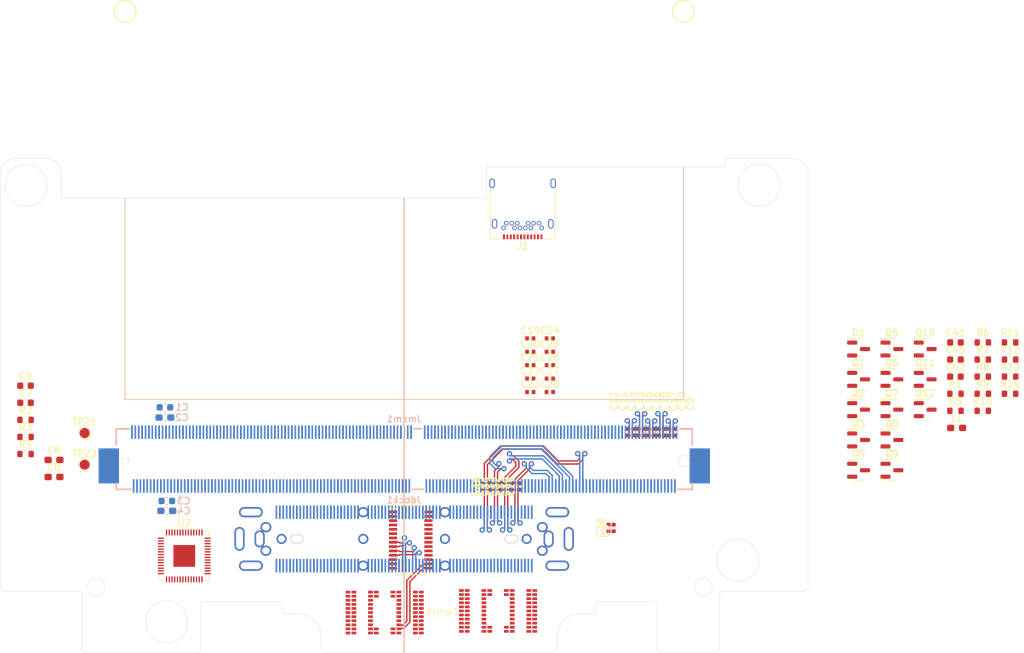
<source format=kicad_pcb>
(kicad_pcb (version 20221018) (generator pcbnew)
  (layers (0 "F.Cu" signal) (31 "B.Cu" signal) (34 "B.Paste" user) (35 "F.Paste" user) (36 "B.SilkS" user "B.Silkscreen") (37 "F.SilkS" user "F.Silkscreen") (38 "B.Mask" user) (39 "F.Mask" user) (44 "Edge.Cuts" user))
  (net 0 "")
  (net 1 "GND")
  (net 2 "WAKE#")
  (net 3 "PWR_GOOD")
  (net 4 "PWR_EN")
  (net 5 "PWR_LEVEL")
  (net 6 "PEX_STD_SW#")
  (net 7 "TH_OVERT#")
  (net 8 "VGA_DISABLE#")
  (net 9 "TH_ALERT#")
  (net 10 "FAN_PWM")
  (net 11 "SMB_DAT")
  (net 12 "SMB_CLK")
  (net 13 "/TX7+")
  (net 14 "/RX7+")
  (net 15 "/TX7-")
  (net 16 "/RX7-")
  (net 17 "/TX6+")
  (net 18 "/RX6+")
  (net 19 "/TX6-")
  (net 20 "/RX6-")
  (net 21 "/TX5+")
  (net 22 "/RX5+")
  (net 23 "/TX5-")
  (net 24 "/RX5-")
  (net 25 "/TX4+")
  (net 26 "/RX4+")
  (net 27 "/TX4-")
  (net 28 "/RX4-")
  (net 29 "/TX3+")
  (net 30 "/RX3+")
  (net 31 "/TX3-")
  (net 32 "/RX3-")
  (net 33 "/RX2+")
  (net 34 "/TX2+")
  (net 35 "/RX2-")
  (net 36 "/TX2-")
  (net 37 "/RX1+")
  (net 38 "/TX1+")
  (net 39 "/RX1-")
  (net 40 "/TX1-")
  (net 41 "/RX0+")
  (net 42 "/TX0+")
  (net 43 "/RX0-")
  (net 44 "/TX0-")
  (net 45 "REFCLK-")
  (net 46 "PEX_CLK_REQ#")
  (net 47 "REFCLK+")
  (net 48 "PERST#")
  (net 49 "VGA_SDA")
  (net 50 "VGA_SCL")
  (net 51 "VGA_VSYNC")
  (net 52 "VGA_HSYNC")
  (net 53 "VGA_RED")
  (net 54 "VGA_GREEN")
  (net 55 "VGA_BLUE")
  (net 56 "DP_C_L0-")
  (net 57 "DP_C_L0+")
  (net 58 "DP_C_L1-")
  (net 59 "DP_D_L0-")
  (net 60 "DP_C_L1+")
  (net 61 "DP_D_L0+")
  (net 62 "DP_C_L2-")
  (net 63 "DP_D_L1-")
  (net 64 "DP_C_L2+")
  (net 65 "DP_D_L1+")
  (net 66 "DP_C_L3-")
  (net 67 "DP_D_L2-")
  (net 68 "DP_C_L3+")
  (net 69 "DP_D_L2+")
  (net 70 "DP_C_AUX-")
  (net 71 "DP_D_L3-")
  (net 72 "DP_C_AUX+")
  (net 73 "DP_D_L3+")
  (net 74 "DP_D_AUX-")
  (net 75 "DP_D_AUX+")
  (net 76 "DP_C_HPD")
  (net 77 "DP_D_HPD")
  (net 78 "DP_B_L0-")
  (net 79 "DP_B_L0+")
  (net 80 "DP_B_L1-")
  (net 81 "DP_A_L0-")
  (net 82 "DP_B_L1+")
  (net 83 "DP_A_L0+")
  (net 84 "DP_B_L2-")
  (net 85 "DP_A_L1-")
  (net 86 "DP_B_L2+")
  (net 87 "DP_A_L1+")
  (net 88 "DP_B_L3-")
  (net 89 "DP_A_L2-")
  (net 90 "DP_B_L3+")
  (net 91 "DP_A_L2+")
  (net 92 "DP_B_AUX-")
  (net 93 "DP_A_L3-")
  (net 94 "DP_B_AUX+")
  (net 95 "DP_A_L3+")
  (net 96 "DP_B_HPD")
  (net 97 "DP_A_HPD")
  (net 98 "DP_A_AUX-")
  (net 99 "DP_A_AUX+")
  (net 100 "PNL_PWR_EN")
  (net 101 "PNL_BL_EN")
  (net 102 "PNL_BL_PWM")
  (net 103 "Net-(Jfrmw1-DP_A_AUX)")
  (net 104 "Net-(Jfrmw1-DP_A_AUX#)")
  (net 105 "Net-(Jfrmw1-DP_A_L0)")
  (net 106 "Net-(Jfrmw1-DP_A_L0#)")
  (net 107 "Net-(Jfrmw1-DP_A_L1)")
  (net 108 "Net-(Jfrmw1-DL_A_L1#)")
  (net 109 "Net-(Jfrmw1-DP_A_L2)")
  (net 110 "Net-(Jfrmw1-DP_A_L2#)")
  (net 111 "Net-(Jfrmw1-DP_A_L3)")
  (net 112 "Net-(Jfrmw1-DP_A_L3#)")
  (net 113 "MXM_PWR")
  (net 114 "DP_B_C_AUX+")
  (net 115 "DP_B_C_AUX-")
  (net 116 "DP_D_C_AUX+")
  (net 130 "DP_D_C_AUX-")
  (net 131 "MODE_SWITCH_DP_D")
  (net 135 "Net-(C49-Pad2)")
  (net 136 "MODE_SWITCH_DP_B")
  (net 141 "Net-(Jmxm1-PRSNT_R#)")
  (net 143 "Net-(Jmxm1-GND-Pad12)")
  (net 226 "Net-(Jmxm1-3V3-Pad240)")
  (net 228 "Net-(Jmxm1-3V3-Pad242)")
  (net 233 "Net-(Jmxm1-PRSNT_L#)")
  (net 234 "VSYS_GPU")
  (net 235 "Net-(D1-A)")
  (net 236 "3V3_DP_A")
  (net 237 "CA_DET_DP_D")
  (net 238 "CA_DET_DP_B")
  (net 241 "VADP_GPU")
  (net 242 "3V3_ALW")
  (net 260 "Net-(U2-IOVDD-Pad1)")
  (net 280 "Net-(U2-DVDD-Pad23)")
  (net 310 "Net-(J1-VBUS-PadA4)")
  (net 321 "frmw_USB_D+")
  (net 322 "frmw_USB_D-")
  (net 323 "Net-(Jdock1-DP_1_L0)")
  (net 324 "Net-(Jdock1-DP_1_L0#)")
  (net 325 "Net-(Jdock1-DP_1_L1)")
  (net 326 "Net-(Jdock1-DP_1_L1#)")
  (net 327 "Net-(Jdock1-DP_1_L2)")
  (net 328 "Net-(Jdock1-DP_1_L2#)")
  (net 329 "Net-(Jdock1-DP_1_L3)")
  (net 330 "Net-(Jdock1-DP_1_L3#)")
  (net 335 "5V_ALW")
  (net 336 "Net-(L1-Pad2)")
  (net 337 "Net-(Q1-D)")
  (net 338 "Net-(Q3-D)")
  (net 339 "Net-(Q4-D)")
  (net 340 "Net-(Q10-G)")
  (net 393 "+DOCK_PWR_BAR")
  (net 394 "3V3_MXM")
  (net 395 "/DP_D_L0_C+")
  (net 396 "/DP_D_L0_C-")
  (net 397 "/DP_D_L1_C+")
  (net 398 "/DP_D_L1_C-")
  (net 399 "/DP_D_L2_C+")
  (net 400 "/DP_D_L2_C-")
  (net 401 "/DP_D_L3_C+")
  (net 402 "/DP_D_L3_C-")
  (net 403 "5V_MXM")
  (net 404 "Net-(Q11-D)")
  (net 405 "Net-(Q12-D)")
  (net 406 "5V_MISC")
  (net 407 "3V3_MISC")
  (net 408 "dock_USB1_D+")
  (net 409 "dock_USB1_D-")
  (net 410 "dock_USB2_D+")
  (net 411 "dock_USB2_D-")
  (net 412 "typeC_USB_D+")
  (net 413 "typeC_USB_D-")
  (net 414 "rp2040_USB_D-")
  (net 415 "rp2040_USB_D+")
  (footprint "Capacitor_SMD:C_0402_1005Metric" (layer "F.Cu") (at 169.431447 87.754214)
    (fp_text reference "C20")
    (fp_text value "0.1U")
  )
  (footprint "Capacitor_SMD:C_0402_1005Metric" (layer "F.Cu") (at 186.821447 99.564214 -90)
    (fp_text reference "C16")
    (fp_text value "0.1U")
  )
  (footprint "Capacitor_SMD:C_0402_1005Metric" (layer "F.Cu") (at 184.571447 99.564214 -90)
    (fp_text reference "C11")
    (fp_text value "0.1U")
  )
  (footprint "Package_TO_SOT_SMD:SOT-23" (layer "F.Cu") (at 217.646447 100.704214)
    (fp_text reference "Q3")
    (fp_text value "2N7002")
  )
  (footprint "Capacitor_SMD:C_0402_1005Metric" (layer "F.Cu") (at 185.321447 99.564214 -90)
    (fp_text reference "C14")
    (fp_text value "0.1U")
  )
  (footprint "Capacitor_SMD:C_0402_1005Metric" (layer "F.Cu") (at 166.271448 107.534213 90)
    (fp_text reference "C31")
    (fp_text value "0.1U")
  )
  (footprint "Capacitor_SMD:C_0402_1005Metric" (layer "F.Cu") (at 167.021449 107.534214 90)
    (fp_text reference "C30")
    (fp_text value "0.1U")
  )
  (footprint "Resistor_SMD:R_0603_1608Metric" (layer "F.Cu") (at 235.886447 86.384214)
    (fp_text reference "R6")
    (fp_text value "1M")
  )
  (footprint "Capacitor_SMD:C_0402_1005Metric" (layer "F.Cu") (at 169.431447 89.724214)
    (fp_text reference "C21")
    (fp_text value "0.1U")
  )
  (footprint "Package_TO_SOT_SMD:SOT-23" (layer "F.Cu") (at 227.426447 96.254214)
    (fp_text reference "Q12")
    (fp_text value "2N7002")
  )
  (footprint "Package_TO_SOT_SMD:SOT-23" (layer "F.Cu") (at 222.536447 100.704214)
    (fp_text reference "Q8")
    (fp_text value "2N7002")
  )
  (footprint "Capacitor_SMD:C_0402_1005Metric" (layer "F.Cu") (at 169.431447 91.694214)
    (fp_text reference "C22")
    (fp_text value "0.1U")
  )
  (footprint "Capacitor_SMD:C_0402_1005Metric" (layer "F.Cu") (at 190.571447 99.564214 -90)
    (fp_text reference "C9")
    (fp_text value "0.1U")
  )
  (footprint "Package_TO_SOT_SMD:SOT-23" (layer "F.Cu") (at 227.426447 91.804214)
    (fp_text reference "Q11")
    (fp_text value "2N7002")
  )
  (footprint "Capacitor_SMD:C_0402_1005Metric" (layer "F.Cu") (at 169.431447 93.664214)
    (fp_text reference "C23")
    (fp_text value "0.1U")
  )
  (footprint "Resistor_SMD:R_0603_1608Metric" (layer "F.Cu") (at 235.886447 93.914214)
    (fp_text reference "R9")
    (fp_text value "100K")
  )
  (footprint "Capacitor_SMD:C_0402_1005Metric" (layer "F.Cu") (at 167.771447 107.534214 90)
    (fp_text reference "C29")
    (fp_text value "0.1U")
  )
  (footprint "Capacitor_SMD:C_0603_1608Metric" (layer "F.Cu") (at 231.876447 86.384214)
    (fp_text reference "C41")
    (fp_text value "0.1U")
  )
  (footprint "Package_TO_SOT_SMD:SOT-23" (layer "F.Cu") (at 222.536447 91.804214)
    (fp_text reference "Q6")
    (fp_text value "2N7002")
  )
  (footprint "Resistor_SMD:R_0603_1608Metric" (layer "F.Cu") (at 95.296447 100.264214)
    (fp_text reference "R3")
    (fp_text value "0R")
  )
  (footprint "Capacitor_SMD:C_0402_1005Metric" (layer "F.Cu") (at 164.021449 107.534214 90)
    (fp_text reference "C34")
    (fp_text value "0.1U")
  )
  (footprint "Connector_USB:USB_C_Receptacle_Amphenol_12401548E4-2A" (layer "F.Cu") (at 168.311446 65.854215 180)
    (fp_text reference "J1")
    (fp_text value "USB_C_Receptacle")
  )
  (footprint "TestPoint:TestPoint_Pad_D1.5mm" (layer "F.Cu") (at 103.976447 104.334214)
    (fp_text reference "TP23")
    (fp_text value "PRSNT_R#")
  )
  (footprint "Resistor_SMD:R_0603_1608Metric" (layer "F.Cu") (at 235.886447 88.894214)
    (fp_text reference "R7")
    (fp_text value "10K")
  )
  (footprint "Resistor_SMD:R_0603_1608Metric" (layer "F.Cu") (at 239.896447 88.894214)
    (fp_text reference "R12")
    (fp_text value "100K")
  )
  (footprint "Package_TO_SOT_SMD:SOT-23" (layer "F.Cu") (at 222.536447 96.254214)
    (fp_text reference "Q7")
    (fp_text value "2N7002")
  )
  (footprint "Capacitor_SMD:C_0603_1608Metric_Pad1.08x0.95mm_HandSolder" (layer "F.Cu") (at 99.476447 103.634214)
    (fp_text reference "C6")
    (fp_text value "10U")
  )
  (footprint "Capacitor_SMD:C_0402_1005Metric" (layer "F.Cu") (at 172.301447 87.754214)
    (fp_text reference "C25")
    (fp_text value "0.1U")
  )
  (footprint "Capacitor_SMD:C_0603_1608Metric" (layer "F.Cu") (at 95.296447 95.244214)
    (fp_text reference "C7")
    (fp_text value "100n")
  )
  (footprint "Capacitor_SMD:C_0402_1005Metric" (layer "F.Cu") (at 169.431447 85.784214)
    (fp_text reference "C19")
    (fp_text value "0.1U")
  )
  (footprint "Resistor_SMD:R_0603_1608Metric" (layer "F.Cu") (at 95.296447 102.774214)
    (fp_text reference "R4")
    (fp_text value "0R")
  )
  (footprint "Package_TO_SOT_SMD:SOT-23" (layer "F.Cu") (at 222.536447 87.354214)
    (fp_text reference "Q5")
    (fp_text value "2N7002")
  )
  (footprint "Capacitor_SMD:C_0402_1005Metric" (layer "F.Cu") (at 172.301447 93.664214)
    (fp_text reference "C28")
    (fp_text value "0.1U")
  )
  (footprint "Package_SO:SSOP-28_3.9x9.9mm_P0.635mm" (layer "F.Cu") (at 151.871447 115.414214)
    (fp_text reference "U1")
    (fp_text value "FE1.1s")
  )
  (footprint "Capacitor_SMD:C_0603_1608Metric" (layer "F.Cu") (at 95.296447 92.734214)
    (fp_text reference "C5")
    (fp_text value "100n")
  )
  (footprint "Package_DFN_QFN:QFN-56-1EP_7x7mm_P0.4mm_EP3.2x3.2mm" (layer "F.Cu") (at 118.608947 117.739214)
    (fp_text reference "U2")
    (fp_text value "RP2040")
  )
  (footprint "Package_TO_SOT_SMD:SOT-23" (layer "F.Cu") (at 217.646447 91.804214)
    (fp_text reference "Q1")
    (fp_text value "2N7002")
  )
  (footprint "Resistor_SMD:R_0603_1608Metric" (layer "F.Cu") (at 231.876447 93.914214)
    (fp_text reference "R1")
    (fp_text value "1M")
  )
  (footprint "Capacitor_SMD:C_0603_1608Metric" (layer "F.Cu") (at 231.876447 88.894214)
    (fp_text reference "C49")
    (fp_text value "220P")
  )
  (footprint "Capacitor_SMD:C_0402_1005Metric" (layer "F.Cu") (at 165.521449 107.534214 90)
    (fp_text reference "C32")
    (fp_text value "0.1U")
  )
  (footprint "Capacitor_SMD:C_0402_1005Metric" (layer "F.Cu") (at 187.571447 99.564214 -90)
    (fp_text reference "C15")
    (fp_text value "0.1U")
  )
  (footprint "Capacitor_SMD:C_0402_1005Metric" (layer "F.Cu") (at 189.821447 99.564214 -90)
    (fp_text reference "C10")
    (fp_text value "0.1U")
  )
  (footprint "Resistor_SMD:R_0603_1608Metric" (layer "F.Cu") (at 95.296447 97.754214)
    (fp_text reference "R2")
    (fp_text value "0R")
  )
  (footprint "Inductor_SMD:L_0603_1608Metric_Pad1.05x0.95mm_HandSolder" (layer "F.Cu") (at 232.046447 98.934214)
    (fp_text reference "L1")
    (fp_text value "10UH")
  )
  (footprint "Capacitor_SMD:C_0603_1608Metric" (layer "F.Cu") (at 231.876447 91.404214)
    (fp_text reference "C52")
    (fp_text value "0.1U")
  )
  (footprint "Capacitor_SMD:C_0402_1005Metric" (layer "F.Cu") (at 180.921447 113.634215 90)
    (fp_text reference "C38")
    (fp_text value "0.1U")
  )
  (footprint "Resistor_SMD:R_0603_1608Metric" (layer "F.Cu") (at 239.896447 86.384214)
    (fp_text reference "R11")
    (fp_text value "100K")
  )
  (footprint "Capacitor_SMD:C_0402_1005Metric" (layer "F.Cu") (at 188.321447 99.564214 -90)
    (fp_text reference "C18")
    (fp_text value "0.1U")
  )
  (footprint "Package_TO_SOT_SMD:SOT-23" (layer "F.Cu") (at 217.646447 96.254214)
    (fp_text reference "Q2")
    (fp_text value "2N7002")
  )
  (footprint "Capacitor_SMD:C_0402_1005Metric" (layer "F.Cu") (at 172.301447 91.694214)
    (fp_text reference "C27")
    (fp_text value "0.1U")
  )
  (footprint "Package_TO_SOT_SMD:SOT-23" (layer "F.Cu") (at 217.646447 87.354214)
    (fp_text reference "D1")
    (fp_text value "D_Dual_Series_CAK_Parallel")
  )
  (footprint "Capacitor_SMD:C_0402_1005Metric" (layer "F.Cu") (at 189.071447 99.564214 -90)
    (fp_text reference "C17")
    (fp_text value "0.1U")
  )
  (footprint "Resistor_SMD:R_0603_1608Metric" (layer "F.Cu") (at 235.886447 91.404214)
    (fp_text reference "R8")
    (fp_text value "100K")
  )
  (footprint "Capacitor_SMD:C_0402_1005Metric" (layer "F.Cu") (at 186.071447 99.564214 -90)
    (fp_text reference "C13")
    (fp_text value "0.1U")
  )
  (footprint "Capacitor_SMD:C_0402_1005Metric" (layer "F.Cu") (at 163.281448 107.534213 90)
    (fp_text reference "C35")
    (fp_text value "0.1U")
  )
  (footprint "Package_TO_SOT_SMD:SOT-23" (layer "F.Cu") (at 227.426447 87.354214)
    (fp_text reference "Q10")
    (fp_text value "2N7002")
  )
  (footprint "Capacitor_SMD:C_0402_1005Metric" (layer "F.Cu") (at 162.52145 107.534214 90)
    (fp_text reference "C36")
    (fp_text value "0.1U")
  )
  (footprint "Capacitor_SMD:C_0402_1005Metric" (layer "F.Cu") (at 172.301447 89.724214)
    (fp_text reference "C26")
    (fp_text value "0.1U")
  )
  (footprint "Package_TO_SOT_SMD:SOT-23" (layer "F.Cu") (at 217.646447 105.154214)
    (fp_text reference "Q4")
    (fp_text value "2N7002")
  )
  (footprint "Capacitor_SMD:C_0402_1005Metric" (layer "F.Cu") (at 183.821447 99.564214 -90)
    (fp_text reference "C12")
    (fp_text value "0.1U")
  )
  (footprint "TestPoint:TestPoint_Pad_D1.5mm" (layer "F.Cu") (at 103.976447 99.684214)
    (fp_text reference "TP21")
    (fp_text value "PRSNT_L#")
  )
  (footprint "Capacitor_SMD:C_0402_1005Metric" (layer "F.Cu") (at 164.771449 107.534208 90)
    (fp_text reference "C33")
    (fp_text value "0.1U")
  )
  (footprint "Resistor_SMD:R_0603_1608Metric" (layer "F.Cu") (at 235.886447 96.424214)
    (fp_text reference "R10")
    (fp_text value "10K")
  )
  (footprint "Capacitor_SMD:C_0402_1005Metric" (layer "F.Cu") (at 172.301447 85.784214)
    (fp_text reference "C24")
    (fp_text value "0.1U")
  )
  (footprint "Package_TO_SOT_SMD:SOT-23" (layer "F.Cu") (at 222.536447 105.154214)
    (fp_text reference "Q9")
    (fp_text value "2N7002")
  )
  (footprint "Resistor_SMD:R_0603_1608Metric" (layer "F.Cu") (at 239.896447 91.404214)
    (fp_text reference "R13")
    (fp_text value "10K")
  )
  (footprint "Capacitor_SMD:C_0402_1005Metric" (layer "F.Cu") (at 181.671447 113.634214 90)
    (fp_text reference "C37")
    (fp_text value "0.1U")
  )
  (footprint "Capacitor_SMD:C_0603_1608Metric_Pad1.08x0.95mm_HandSolder" (layer "F.Cu") (at 99.476447 106.144214)
    (fp_text reference "C8")
    (fp_text value "10U")
  )
  (footprint "Resistor_SMD:R_0603_1608Metric" (layer "F.Cu") (at 239.896447 93.914214)
    (fp_text reference "R14")
    (fp_text value "10K")
  )
  (footprint "A_my_stuff:Expansion_Bay_FXBeam" (layer "F.Cu") (at 156.371447 125.934214)
    (fp_text reference "Jfrmw1")
    (fp_text value "~")
  )
  (footprint "Resistor_SMD:R_0603_1608Metric" (layer "F.Cu") (at 231.876447 96.424214)
    (fp_text reference "R5")
    (fp_text value "10K")
  )
  (footprint "Capacitor_SMD:C_0603_1608Metric" (layer "B.Cu") (at 115.771447 95.914214)
    (fp_text reference "C1")
    (fp_text value "100n")
  )
  (footprint "A_my_stuff:DellDock" (layer "B.Cu") (at 150.896447 115.239214 180)
    (fp_text reference "Jdock1")
    (fp_text value "~")
    (fp_line (start -16.1 0.6) (end -15.4 0.6) (stroke (width 0.12)) (layer "Edge.Cuts"))
    (fp_line (start -15.4 -0.6) (end -16.1 -0.6) (stroke (width 0.12)) (layer "Edge.Cuts"))
    (fp_line (start 15.4 0.6) (end 16.1 0.6) (stroke (width 0.12)) (layer "Edge.Cuts"))
    (fp_line (start 16.1 -0.6) (end 15.4 -0.6) (stroke (width 0.12)) (layer "Edge.Cuts"))
    (fp_arc (start -16.1 0.6) (mid -16.7 0) (end -16.1 -0.6) (stroke (width 0.12)) (layer "Edge.Cuts"))
    (fp_arc (start -15.4 -0.6) (mid -14.8 0) (end -15.4 0.6) (stroke (width 0.12)) (layer "Edge.Cuts"))
    (fp_arc (start 15.4 0.6) (mid 14.8 0) (end 15.4 -0.6) (stroke (width 0.12)) (layer "Edge.Cuts"))
    (fp_arc (start 16.1 -0.6) (mid 16.7 0) (end 16.1 0.6) (stroke (width 0.12)) (layer "Edge.Cuts"))
  )
  (footprint "Capacitor_SMD:C_0603_1608Metric" (layer "B.Cu") (at 116.046447 109.664214)
    (fp_text reference "C3")
    (fp_text value "100n")
  )
  (footprint "Capacitor_SMD:C_0603_1608Metric_Pad1.08x0.95mm_HandSolder" (layer "B.Cu") (at 116.046447 111.114215)
    (fp_text reference "C4")
    (fp_text value "10U")
  )
  (footprint "A_my_stuff:CONN-SMD_AS0B826-S78B-7H" (layer "B.Cu") (at 150.921447 103.514214)
    (fp_text reference "Jmxm1")
    (fp_text value "AS0B826-S78B-7H")
  )
  (footprint "Capacitor_SMD:C_0603_1608Metric_Pad1.08x0.95mm_HandSolder" (layer "B.Cu") (at 115.771447 97.414214)
    (fp_text reference "C2")
    (fp_text value "10U")
  )
  (gr_line (start 191.921447 94.764214) (end 191.921447 60.614214) (stroke (width 0.1)) (layer "B.SilkS"))
  (gr_line (start 109.921447 94.764214) (end 109.921447 65.214214) (stroke (width 0.1)) (layer "B.SilkS"))
  (gr_line (start 150.896447 65.214214) (end 150.896447 131.914214) (stroke (width 0.15)) (layer "B.SilkS"))
  (gr_line (start 191.921447 94.764214) (end 109.921447 94.764214) (stroke (width 0.1)) (layer "B.SilkS"))
  (gr_line (start 109.921447 94.764214) (end 109.921447 65.214214) (stroke (width 0.1)) (layer "F.SilkS"))
  (gr_circle (center 191.921447 37.764214) (end 193.521447 37.764214) (stroke (width 0.15)) (fill none) (layer "F.SilkS"))
  (gr_circle (center 109.921447 37.764214) (end 111.521447 37.764214) (stroke (width 0.15)) (fill none) (layer "F.SilkS"))
  (gr_line (start 109.921447 94.764214) (end 191.921447 94.764214) (stroke (width 0.1)) (layer "F.SilkS"))
  (gr_line (start 191.921447 94.764214) (end 191.921447 60.614214) (stroke (width 0.1)) (layer "F.SilkS"))
  (gr_line (start 150.896447 65.214214) (end 150.896447 131.914214) (stroke (width 0.15)) (layer "F.SilkS"))
  (gr_line (start 197.221447 131.414214) (end 197.221447 123.414214) (stroke (width 0.05)) (layer "Edge.Cuts"))
  (gr_line (start 196.721447 131.914214) (end 188.521447 131.914214) (stroke (width 0.05)) (layer "Edge.Cuts"))
  (gr_line (start 103.571447 131.414214) (end 103.571447 123.414214) (stroke (width 0.05)) (layer "Edge.Cuts"))
  (gr_arc (start 187.521447 124.414214) (mid 187.87503 124.560631) (end 188.021447 124.914214) (stroke (width 0.05)) (layer "Edge.Cuts"))
  (gr_arc (start 104.071447 131.914214) (mid 103.717923 131.767738) (end 103.571447 131.414214) (stroke (width 0.05)) (layer "Edge.Cuts"))
  (gr_line (start 135.521447 126.314214) (end 133.621447 126.314214) (stroke (width 0.05)) (layer "Edge.Cuts"))
  (gr_arc (start 92.071447 122.914214) (mid 91.717923 122.767738) (end 91.571447 122.414214) (stroke (width 0.05)) (layer "Edge.Cuts"))
  (gr_line (start 188.021447 131.414214) (end 188.021447 124.914214) (stroke (width 0.05)) (layer "Edge.Cuts"))
  (gr_arc (start 173.371447 129.464214) (mid 174.294061 127.236828) (end 176.521447 126.314214) (stroke (width 0.05)) (layer "Edge.Cuts"))
  (gr_arc (start 188.521447 131.914214) (mid 188.167923 131.767738) (end 188.021447 131.414214) (stroke (width 0.05)) (layer "Edge.Cuts"))
  (gr_line (start 132.621447 124.414214) (end 121.521447 124.414214) (stroke (width 0.05)) (layer "Edge.Cuts"))
  (gr_line (start 100.521447 61.414214) (end 100.521447 65.214214) (stroke (width 0.05)) (layer "Edge.Cuts"))
  (gr_line (start 210.221447 61.414214) (end 210.221447 122.414214) (stroke (width 0.05)) (layer "Edge.Cuts"))
  (gr_line (start 93.571447 59.414214) (end 98.521447 59.414214) (stroke (width 0.05)) (layer "Edge.Cuts"))
  (gr_line (start 178.521447 126.314214) (end 176.521447 126.314214) (stroke (width 0.05)) (layer "Edge.Cuts"))
  (gr_arc (start 173.371447 130.914214) (mid 173.078554 131.621321) (end 172.371447 131.914214) (stroke (width 0.05)) (layer "Edge.Cuts"))
  (gr_arc (start 179.021447 125.814214) (mid 178.875 126.167767) (end 178.521447 126.314214) (stroke (width 0.05)) (layer "Edge.Cuts"))
  (gr_arc (start 197.221447 123.414214) (mid 197.367894 123.060661) (end 197.721447 122.914214) (stroke (width 0.05)) (layer "Edge.Cuts"))
  (gr_line (start 179.021447 124.914214) (end 179.021447 125.814214) (stroke (width 0.05)) (layer "Edge.Cuts"))
  (gr_arc (start 135.521447 126.314214) (mid 137.748863 127.236798) (end 138.671447 129.464214) (stroke (width 0.05)) (layer "Edge.Cuts"))
  (gr_line (start 173.371447 130.914214) (end 173.371447 129.464214) (stroke (width 0.05)) (layer "Edge.Cuts"))
  (gr_circle (center 203.021447 63.314214) (end 206.121447 63.314214) (stroke (width 0.05)) (fill none) (layer "Edge.Cuts"))
  (gr_circle (center 199.921447 118.414214) (end 203.021447 118.414214) (stroke (width 0.05)) (fill none) (layer "Edge.Cuts"))
  (gr_arc (start 132.621447 124.414214) (mid 132.97503 124.560631) (end 133.121447 124.914214) (stroke (width 0.05)) (layer "Edge.Cuts"))
  (gr_line (start 172.371447 131.914214) (end 139.671447 131.914214) (stroke (width 0.05)) (layer "Edge.Cuts"))
  (gr_circle (center 95.381147 63.314214) (end 98.481147 63.314214) (stroke (width 0.05)) (fill none) (layer "Edge.Cuts"))
  (gr_arc (start 98.521447 59.414214) (mid 99.93569 59.999971) (end 100.521447 61.414214) (stroke (width 0.05)) (layer "Edge.Cuts"))
  (gr_line (start 163.021447 60.614214) (end 198.021447 60.614214) (stroke (width 0.05)) (layer "Edge.Cuts"))
  (gr_line (start 198.021447 59.414214) (end 198.021447 60.614214) (stroke (width 0.05)) (layer "Edge.Cuts"))
  (gr_arc (start 121.021447 131.414214) (mid 120.875 131.767767) (end 120.521447 131.914214) (stroke (width 0.05)) (layer "Edge.Cuts"))
  (gr_circle (center 116.021447 127.414214) (end 119.121447 127.414214) (stroke (width 0.05)) (fill none) (layer "Edge.Cuts"))
  (gr_line (start 208.221447 59.414214) (end 198.021447 59.414214) (stroke (width 0.05)) (layer "Edge.Cuts"))
  (gr_arc (start 197.221447 131.414214) (mid 197.075 131.767767) (end 196.721447 131.914214) (stroke (width 0.05)) (layer "Edge.Cuts"))
  (gr_arc (start 103.071447 122.914214) (mid 103.42503 123.060631) (end 103.571447 123.414214) (stroke (width 0.05)) (layer "Edge.Cuts"))
  (gr_line (start 121.021447 131.414214) (end 121.021447 124.914214) (stroke (width 0.05)) (layer "Edge.Cuts"))
  (gr_arc (start 210.221447 122.414214) (mid 210.075 122.767767) (end 209.721447 122.914214) (stroke (width 0.05)) (layer "Edge.Cuts"))
  (gr_arc (start 121.021447 124.914214) (mid 121.167894 124.560661) (end 121.521447 124.414214) (stroke (width 0.05)) (layer "Edge.Cuts"))
  (gr_line (start 133.121447 125.814214) (end 133.121447 124.914214) (stroke (width 0.05)) (layer "Edge.Cuts"))
  (gr_arc (start 91.571447 61.414214) (mid 92.157233 60) (end 93.571447 59.414214) (stroke (width 0.05)) (layer "Edge.Cuts"))
  (gr_line (start 163.021447 65.214214) (end 163.021447 60.614214) (stroke (width 0.05)) (layer "Edge.Cuts"))
  (gr_arc (start 208.221447 59.414214) (mid 209.63569 59.999971) (end 210.221447 61.414214) (stroke (width 0.05)) (layer "Edge.Cuts"))
  (gr_arc (start 139.671447 131.914214) (mid 138.96437 131.621291) (end 138.671447 130.914214) (stroke (width 0.05)) (layer "Edge.Cuts"))
  (gr_line (start 92.071447 122.914214) (end 103.071447 122.914214) (stroke (width 0.05)) (layer "Edge.Cuts"))
  (gr_line (start 138.671447 130.914214) (end 138.671447 129.464214) (stroke (width 0.05)) (layer "Edge.Cuts"))
  (gr_circle (center 194.871447 122.314214) (end 196.171447 122.314214) (stroke (width 0.05)) (fill none) (layer "Edge.Cuts"))
  (gr_line (start 120.521447 131.914214) (end 104.071447 131.914214) (stroke (width 0.05)) (layer "Edge.Cuts"))
  (gr_line (start 100.521447 65.214214) (end 163.021447 65.214214) (stroke (width 0.05)) (layer "Edge.Cuts"))
  (gr_arc (start 179.021447 124.914214) (mid 179.167894 124.560661) (end 179.521447 124.414214) (stroke (width 0.05)) (layer "Edge.Cuts"))
  (gr_arc (start 133.621447 126.314214) (mid 133.267923 126.167738) (end 133.121447 125.814214) (stroke (width 0.05)) (layer "Edge.Cuts"))
  (gr_line (start 209.721447 122.914214) (end 197.721447 122.914214) (stroke (width 0.05)) (layer "Edge.Cuts"))
  (gr_line (start 91.571447 122.414214) (end 91.571447 61.414214) (stroke (width 0.05)) (layer "Edge.Cuts"))
  (gr_circle (center 105.671447 122.314214) (end 106.971447 122.314214) (stroke (width 0.05)) (fill none) (layer "Edge.Cuts"))
  (gr_line (start 187.521447 124.414214) (end 179.521447 124.414214) (stroke (width 0.05)) (layer "Edge.Cuts"))
  (segment (start 168.846446 104.821015) (end 168.846446 104.514213) (width 0.2) (layer "F.Cu") (net 59))
  (segment (start 167.161447 106.914216) (end 167.161447 106.73196) (width 0.2) (layer "F.Cu") (net 59))
  (segment (start 167.021449 107.054214) (end 167.161447 106.914216) (width 0.2) (layer "F.Cu") (net 59))
  (segment (start 167.161447 106.73196) (end 167.171447 106.72196) (width 0.2) (layer "F.Cu") (net 59))
  (segment (start 167.171447 106.496014) (end 168.846446 104.821015) (width 0.2) (layer "F.Cu") (net 59))
  (segment (start 168.846446 104.514213) (end 168.546447 104.214214) (width 0.2) (layer "F.Cu") (net 59))
  (segment (start 167.171447 106.72196) (end 167.171447 106.496014) (width 0.2) (layer "F.Cu") (net 59))
  (via (at 168.546447 104.214214) (size 0.8) (drill 0.4) (layers "F.Cu" "B.Cu") (net 59))
  (segment (start 169.678247 105.639214) (end 171.728247 105.639214) (width 0.2) (layer "B.Cu") (net 59))
  (segment (start 172.171447 106.589214) (end 172.171447 107.464214) (width 0.2) (layer "B.Cu") (net 59))
  (segment (start 172.196447 106.564214) (end 172.171447 106.589214) (width 0.2) (layer "B.Cu") (net 59))
  (segment (start 172.196447 106.107414) (end 172.196447 106.564214) (width 0.2) (layer "B.Cu") (net 59))
  (segment (start 168.846446 104.807413) (end 169.678247 105.639214) (width 0.2) (layer "B.Cu") (net 59))
  (segment (start 168.546447 104.214214) (end 168.846446 104.514213) (width 0.2) (layer "B.Cu") (net 59))
  (segment (start 168.846446 104.514213) (end 168.846446 104.807413) (width 0.2) (layer "B.Cu") (net 59))
  (segment (start 171.728247 105.639214) (end 172.196447 106.107414) (width 0.2) (layer "B.Cu") (net 59))
  (segment (start 169.296448 105.007413) (end 169.296448 104.514213) (width 0.2) (layer "F.Cu") (net 61))
  (segment (start 167.631449 106.914216) (end 167.631449 106.73196) (width 0.2) (layer "F.Cu") (net 61))
  (segment (start 169.296448 104.514213) (end 169.596447 104.214214) (width 0.2) (layer "F.Cu") (net 61))
  (segment (start 167.621449 106.682412) (end 169.296448 105.007413) (width 0.2) (layer "F.Cu") (net 61))
  (segment (start 167.631449 106.73196) (end 167.621449 106.72196) (width 0.2) (layer "F.Cu") (net 61))
  (segment (start 167.771447 107.054214) (end 167.631449 106.914216) (width 0.2) (layer "F.Cu") (net 61))
  (segment (start 167.621449 106.72196) (end 167.621449 106.682412) (width 0.2) (layer "F.Cu") (net 61))
  (via (at 169.596447 104.214214) (size 0.8) (drill 0.4) (layers "F.Cu" "B.Cu") (net 61))
  (segment (start 171.914647 105.189214) (end 172.646447 105.921014) (width 0.2) (layer "B.Cu") (net 61))
  (segment (start 172.671447 106.589214) (end 172.671447 107.464214) (width 0.2) (layer "B.Cu") (net 61))
  (segment (start 169.864647 105.189214) (end 171.914647 105.189214) (width 0.2) (layer "B.Cu") (net 61))
  (segment (start 172.646447 105.921014) (end 172.646447 106.564214) (width 0.2) (layer "B.Cu") (net 61))
  (segment (start 169.296448 104.514213) (end 169.296448 104.621015) (width 0.2) (layer "B.Cu") (net 61))
  (segment (start 169.296448 104.621015) (end 169.864647 105.189214) (width 0.2) (layer "B.Cu") (net 61))
  (segment (start 172.646447 106.564214) (end 172.671447 106.589214) (width 0.2) (layer "B.Cu") (net 61))
  (segment (start 169.596447 104.214214) (end 169.296448 104.514213) (width 0.2) (layer "B.Cu") (net 61))
  (segment (start 167.304951 104.56251) (end 165.671448 106.196013) (width 0.2) (layer "F.Cu") (net 63))
  (segment (start 166.671446 103.489215) (end 166.778248 103.489215) (width 0.2) (layer "F.Cu") (net 63))
  (segment (start 166.778248 103.489215) (end 167.304951 104.015918) (width 0.2) (layer "F.Cu") (net 63))
  (segment (start 165.661448 106.731959) (end 165.661448 106.914215) (width 0.2) (layer "F.Cu") (net 63))
  (segment (start 165.661448 106.914215) (end 165.521449 107.054214) (width 0.2) (layer "F.Cu") (net 63))
  (segment (start 167.304951 104.015918) (end 167.304951 104.56251) (width 0.2) (layer "F.Cu") (net 63))
  (segment (start 166.371447 103.789214) (end 166.671446 103.489215) (width 0.2) (layer "F.Cu") (net 63))
  (segment (start 165.671448 106.196013) (end 165.671448 106.721959) (width 0.2) (layer "F.Cu") (net 63))
  (segment (start 165.671448 106.721959) (end 165.661448 106.731959) (width 0.2) (layer "F.Cu") (net 63))
  (via (at 166.371447 103.789214) (size 0.8) (drill 0.4) (layers "F.Cu" "B.Cu") (net 63))
  (segment (start 173.696447 106.007414) (end 171.178247 103.489214) (width 0.2) (layer "B.Cu") (net 63))
  (segment (start 173.671447 107.464214) (end 173.671447 106.589214) (width 0.2) (layer "B.Cu") (net 63))
  (segment (start 173.671447 106.589214) (end 173.696447 106.564214) (width 0.2) (layer "B.Cu") (net 63))
  (segment (start 171.178247 103.489214) (end 166.671446 103.489215) (width 0.2) (layer "B.Cu") (net 63))
  (segment (start 173.696447 106.564214) (end 173.696447 106.007414) (width 0.2) (layer "B.Cu") (net 63))
  (segment (start 166.671446 103.489215) (end 166.371447 103.789214) (width 0.2) (layer "B.Cu") (net 63))
  (segment (start 167.754951 104.74891) (end 166.12145 106.382411) (width 0.2) (layer "F.Cu") (net 65))
  (segment (start 166.131449 106.914214) (end 166.271448 107.054213) (width 0.2) (layer "F.Cu") (net 65))
  (segment (start 166.964646 103.039213) (end 167.754951 103.829518) (width 0.2) (layer "F.Cu") (net 65))
  (segment (start 167.754951 103.829518) (end 167.754951 104.74891) (width 0.2) (layer "F.Cu") (net 65))
  (segment (start 166.12145 106.382411) (end 166.12145 106.721961) (width 0.2) (layer "F.Cu") (net 65))
  (segment (start 166.671446 103.039213) (end 166.964646 103.039213) (width 0.2) (layer "F.Cu") (net 65))
  (segment (start 166.371447 102.739214) (end 166.671446 103.039213) (width 0.2) (layer "F.Cu") (net 65))
  (segment (start 166.12145 106.721961) (end 166.131449 106.73196) (width 0.2) (layer "F.Cu") (net 65))
  (segment (start 166.131449 106.73196) (end 166.131449 106.914214) (width 0.2) (layer "F.Cu") (net 65))
  (via (at 166.371447 102.739214) (size 0.8) (drill 0.4) (layers "F.Cu" "B.Cu") (net 65))
  (segment (start 174.171447 107.464214) (end 174.171447 106.589214) (width 0.2) (layer "B.Cu") (net 65))
  (segment (start 174.146447 105.821014) (end 171.364647 103.039214) (width 0.2) (layer "B.Cu") (net 65))
  (segment (start 171.364647 103.039214) (end 166.671446 103.039213) (width 0.2) (layer "B.Cu") (net 65))
  (segment (start 174.171447 106.589214) (end 174.146447 106.564214) (width 0.2) (layer "B.Cu") (net 65))
  (segment (start 166.671446 103.039213) (end 166.371447 102.739214) (width 0.2) (layer "B.Cu") (net 65))
  (segment (start 174.146447 106.564214) (end 174.146447 105.821014) (width 0.2) (layer "B.Cu") (net 65))
  (segment (start 164.161449 106.914214) (end 164.161449 106.731954) (width 0.2) (layer "F.Cu") (net 67))
  (segment (start 164.171451 105.24601) (end 164.810773 104.606689) (width 0.2) (layer "F.Cu") (net 67))
  (segment (start 164.810773 104.606689) (end 164.810773 104.182424) (width 0.2) (layer "F.Cu") (net 67))
  (segment (start 164.161449 106.731954) (end 164.171451 106.721952) (width 0.2) (layer "F.Cu") (net 67))
  (segment (start 164.021449 107.054214) (end 164.161449 106.914214) (width 0.2) (layer "F.Cu") (net 67))
  (segment (start 164.171451 106.721952) (end 164.171451 105.24601) (width 0.2) (layer "F.Cu") (net 67))
  (via (at 164.810773 104.182424) (size 0.8) (drill 0.4) (layers "F.Cu" "B.Cu") (net 67))
  (segment (start 175.196447 106.207414) (end 175.196447 106.564214) (width 0.2) (layer "B.Cu") (net 67))
  (segment (start 163.957535 103.980261) (end 163.957535 103.296326) (width 0.2) (layer "B.Cu") (net 67))
  (segment (start 175.196447 106.564214) (end 175.171447 106.589214) (width 0.2) (layer "B.Cu") (net 67))
  (segment (start 163.957535 103.296326) (end 165.21415 102.039711) (width 0.2) (layer "B.Cu") (net 67))
  (segment (start 165.21415 102.039711) (end 171.028744 102.039711) (width 0.2) (layer "B.Cu") (net 67))
  (segment (start 164.810773 104.182424) (end 164.51831 104.474887) (width 0.2) (layer "B.Cu") (net 67))
  (segment (start 175.171447 106.589214) (end 175.171447 107.464214) (width 0.2) (layer "B.Cu") (net 67))
  (segment (start 164.51831 104.474887) (end 164.452161 104.474887) (width 0.2) (layer "B.Cu") (net 67))
  (segment (start 171.028744 102.039711) (end 175.196447 106.207414) (width 0.2) (layer "B.Cu") (net 67))
  (segment (start 164.452161 104.474887) (end 163.957535 103.980261) (width 0.2) (layer "B.Cu") (net 67))
  (segment (start 164.771449 107.054208) (end 164.631449 106.914208) (width 0.2) (layer "F.Cu") (net 69))
  (segment (start 164.631449 106.73196) (end 164.621453 106.721964) (width 0.2) (layer "F.Cu") (net 69))
  (segment (start 164.621453 105.432408) (end 165.128972 104.924888) (width 0.2) (layer "F.Cu") (net 69))
  (segment (start 164.631449 106.914208) (end 164.631449 106.73196) (width 0.2) (layer "F.Cu") (net 69))
  (segment (start 164.621453 106.721964) (end 164.621453 105.432408) (width 0.2) (layer "F.Cu") (net 69))
  (segment (start 165.128972 104.924888) (end 165.553237 104.924888) (width 0.2) (layer "F.Cu") (net 69))
  (via (at 165.553237 104.924888) (size 0.8) (drill 0.4) (layers "F.Cu" "B.Cu") (net 69))
  (segment (start 163.507535 103.109926) (end 165.02775 101.589711) (width 0.2) (layer "B.Cu") (net 69))
  (segment (start 175.646447 106.564214) (end 175.671447 106.589214) (width 0.2) (layer "B.Cu") (net 69))
  (segment (start 165.553237 104.924888) (end 164.265762 104.924888) (width 0.2) (layer "B.Cu") (net 69))
  (segment (start 171.215144 101.589711) (end 175.646447 106.021014) (width 0.2) (layer "B.Cu") (net 69))
  (segment (start 164.265762 104.924888) (end 163.507535 104.166661) (width 0.2) (layer "B.Cu") (net 69))
  (segment (start 165.02775 101.589711) (end 171.215144 101.589711) (width 0.2) (layer "B.Cu") (net 69))
  (segment (start 163.507535 104.166661) (end 163.507535 103.109926) (width 0.2) (layer "B.Cu") (net 69))
  (segment (start 175.646447 106.021014) (end 175.646447 106.564214) (width 0.2) (layer "B.Cu") (net 69))
  (segment (start 175.671447 106.589214) (end 175.671447 107.464214) (width 0.2) (layer "B.Cu") (net 69))
  (segment (start 162.676449 104.141012) (end 165.226244 101.591217) (width 0.2) (layer "F.Cu") (net 71))
  (segment (start 176.396447 102.714214) (end 176.696446 103.014213) (width 0.2) (layer "F.Cu") (net 71))
  (segment (start 176.278247 103.789214) (end 173.564647 103.789214) (width 0.2) (layer "F.Cu") (net 71))
  (segment (start 162.676449 106.726958) (end 162.676449 104.141012) (width 0.2) (layer "F.Cu") (net 71))
  (segment (start 165.226244 101.591217) (end 166.318704 101.591217) (width 0.2) (layer "F.Cu") (net 71))
  (segment (start 176.696446 103.014213) (end 176.696446 103.371015) (width 0.2) (layer "F.Cu") (net 71))
  (segment (start 173.564647 103.789214) (end 171.364647 101.589214) (width 0.2) (layer "F.Cu") (net 71))
  (segment (start 171.364647 101.589214) (end 165.853332 101.589214) (width 0.2) (layer "F.Cu") (net 71))
  (segment (start 162.52145 107.054214) (end 162.671448 106.904216) (width 0.2) (layer "F.Cu") (net 71))
  (segment (start 176.696446 103.371015) (end 176.278247 103.789214) (width 0.2) (layer "F.Cu") (net 71))
  (segment (start 162.671448 106.904216) (end 162.671448 106.731959) (width 0.2) (layer "F.Cu") (net 71))
  (segment (start 162.671448 106.731959) (end 162.676449 106.726958) (width 0.2) (layer "F.Cu") (net 71))
  (via (at 176.396447 102.714214) (size 0.8) (drill 0.4) (layers "F.Cu" "B.Cu") (net 71))
  (segment (start 176.696446 103.014213) (end 176.396447 102.714214) (width 0.2) (layer "B.Cu") (net 71))
  (segment (start 176.671447 107.464214) (end 176.696446 107.439215) (width 0.2) (layer "B.Cu") (net 71))
  (segment (start 176.696446 107.439215) (end 176.696446 103.014213) (width 0.2) (layer "B.Cu") (net 71))
  (segment (start 163.13145 106.73196) (end 163.12645 106.72696) (width 0.2) (layer "F.Cu") (net 73))
  (segment (start 171.178247 102.039214) (end 165.853332 102.039214) (width 0.2) (layer "F.Cu") (net 73))
  (segment (start 165.412644 102.041217) (end 166.318704 102.041217) (width 0.2) (layer "F.Cu") (net 73))
  (segment (start 163.12645 104.327411) (end 165.412644 102.041217) (width 0.2) (layer "F.Cu") (net 73))
  (segment (start 177.146448 103.014213) (end 177.146448 103.557413) (width 0.2) (layer "F.Cu") (net 73))
  (segment (start 173.378247 104.239214) (end 171.178247 102.039214) (width 0.2) (layer "F.Cu") (net 73))
  (segment (start 176.464647 104.239214) (end 173.378247 104.239214) (width 0.2) (layer "F.Cu") (net 73))
  (segment (start 163.13145 106.904215) (end 163.13145 106.73196) (width 0.2) (layer "F.Cu") (net 73))
  (segment (start 177.446447 102.714214) (end 177.146448 103.014213) (width 0.2) (layer "F.Cu") (net 73))
  (segment (start 163.12645 106.72696) (end 163.12645 104.327411) (width 0.2) (layer "F.Cu") (net 73))
  (segment (start 177.146448 103.557413) (end 176.464647 104.239214) (width 0.2) (layer "F.Cu") (net 73))
  (segment (start 163.281448 107.054213) (end 163.13145 106.904215) (width 0.2) (layer "F.Cu") (net 73))
  (via (at 177.446447 102.714214) (size 0.8) (drill 0.4) (layers "F.Cu" "B.Cu") (net 73))
  (segment (start 177.146448 107.439215) (end 177.146448 103.014213) (width 0.2) (layer "B.Cu") (net 73))
  (segment (start 177.171447 107.464214) (end 177.146448 107.439215) (width 0.2) (layer "B.Cu") (net 73))
  (segment (start 177.146448 103.014213) (end 177.446447 102.714214) (width 0.2) (layer "B.Cu") (net 73))
  (segment (start 183.961447 98.76196) (end 183.971446 98.751961) (width 0.2) (layer "F.Cu") (net 81))
  (segment (start 183.961447 98.944214) (end 183.961447 98.76196) (width 0.2) (layer "F.Cu") (net 81))
  (segment (start 183.971446 98.183102) (end 183.671447 97.883103) (width 0.2) (layer "F.Cu") (net 81))
  (segment (start 183.971446 98.751961) (end 183.971446 98.183102) (width 0.2) (layer "F.Cu") (net 81))
  (segment (start 183.821447 99.084214) (end 183.961447 98.944214) (width 0.2) (layer "F.Cu") (net 81))
  (via (at 183.671447 97.883103) (size 0.8) (drill 0.4) (layers "F.Cu" "B.Cu") (net 81))
  (segment (start 183.971446 99.514215) (end 183.921447 99.564214) (width 0.2) (layer "B.Cu") (net 81))
  (segment (start 183.671447 97.883103) (end 183.971446 98.183102) (width 0.2) (layer "B.Cu") (net 81))
  (segment (start 183.971446 98.183102) (end 183.971446 99.514215) (width 0.2) (layer "B.Cu") (net 81))
  (segment (start 184.421448 98.751961) (end 184.421448 98.183102) (width 0.2) (layer "F.Cu") (net 83))
  (segment (start 184.421448 98.183102) (end 184.721447 97.883103) (width 0.2) (layer "F.Cu") (net 83))
  (segment (start 184.431447 98.76196) (end 184.421448 98.751961) (width 0.2) (layer "F.Cu") (net 83))
  (segment (start 184.431447 98.944214) (end 184.431447 98.76196) (width 0.2) (layer "F.Cu") (net 83))
  (segment (start 184.571447 99.084214) (end 184.431447 98.944214) (width 0.2) (layer "F.Cu") (net 83))
  (via (at 184.721447 97.883103) (size 0.8) (drill 0.4) (layers "F.Cu" "B.Cu") (net 83))
  (segment (start 184.421447 98.183103) (end 184.421447 99.564214) (width 0.2) (layer "B.Cu") (net 83))
  (segment (start 184.721447 97.883103) (end 184.421447 98.183103) (width 0.2) (layer "B.Cu") (net 83))
  (segment (start 185.471446 97.150021) (end 185.171447 96.850022) (width 0.2) (layer "F.Cu") (net 85))
  (segment (start 185.461447 98.944214) (end 185.461447 98.76196) (width 0.2) (layer "F.Cu") (net 85))
  (segment (start 185.321447 99.084214) (end 185.461447 98.944214) (width 0.2) (layer "F.Cu") (net 85))
  (segment (start 185.461447 98.76196) (end 185.471446 98.751961) (width 0.2) (layer "F.Cu") (net 85))
  (segment (start 185.471446 98.751961) (end 185.471446 97.150021) (width 0.2) (layer "F.Cu") (net 85))
  (via (at 185.171447 96.850022) (size 0.8) (drill 0.4) (layers "F.Cu" "B.Cu") (net 85))
  (segment (start 185.471446 99.514215) (end 185.421447 99.564214) (width 0.2) (layer "B.Cu") (net 85))
  (segment (start 185.471446 97.150021) (end 185.471446 99.514215) (width 0.2) (layer "B.Cu") (net 85))
  (segment (start 185.171447 96.850022) (end 185.471446 97.150021) (width 0.2) (layer "B.Cu") (net 85))
  (segment (start 186.071447 99.084214) (end 185.931447 98.944214) (width 0.2) (layer "F.Cu") (net 87))
  (segment (start 185.921448 97.150021) (end 186.221447 96.850022) (width 0.2) (layer "F.Cu") (net 87))
  (segment (start 185.931447 98.76196) (end 185.921448 98.751961) (width 0.2) (layer "F.Cu") (net 87))
  (segment (start 185.931447 98.944214) (end 185.931447 98.76196) (width 0.2) (layer "F.Cu") (net 87))
  (segment (start 185.921448 98.751961) (end 185.921448 97.150021) (width 0.2) (layer "F.Cu") (net 87))
  (via (at 186.221447 96.850022) (size 0.8) (drill 0.4) (layers "F.Cu" "B.Cu") (net 87))
  (segment (start 185.921447 97.150022) (end 185.921447 99.564214) (width 0.2) (layer "B.Cu") (net 87))
  (segment (start 186.221447 96.850022) (end 185.921447 97.150022) (width 0.2) (layer "B.Cu") (net 87))
  (segment (start 186.961447 98.76196) (end 186.971446 98.751961) (width 0.2) (layer "F.Cu") (net 89))
  (segment (start 186.971446 98.751961) (end 186.971446 98.205153) (width 0.2) (layer "F.Cu") (net 89))
  (segment (start 186.821447 99.084214) (end 186.961447 98.944214) (width 0.2) (layer "F.Cu") (net 89))
  (segment (start 186.961447 98.944214) (end 186.961447 98.76196) (width 0.2) (layer "F.Cu") (net 89))
  (segment (start 186.971446 98.205153) (end 186.671447 97.905154) (width 0.2) (layer "F.Cu") (net 89))
  (via (at 186.671447 97.905154) (size 0.8) (drill 0.4) (layers "F.Cu" "B.Cu") (net 89))
  (segment (start 186.971446 99.514215) (end 186.921447 99.564214) (width 0.2) (layer "B.Cu") (net 89))
  (segment (start 186.971446 98.205153) (end 186.971446 99.514215) (width 0.2) (layer "B.Cu") (net 89))
  (segment (start 186.671447 97.905154) (end 186.971446 98.205153) (width 0.2) (layer "B.Cu") (net 89))
  (segment (start 187.421448 98.751961) (end 187.421448 98.205153) (width 0.2) (layer "F.Cu") (net 91))
  (segment (start 187.431447 98.944214) (end 187.431447 98.76196) (width 0.2) (layer "F.Cu") (net 91))
  (segment (start 187.421448 98.205153) (end 187.721447 97.905154) (width 0.2) (layer "F.Cu") (net 91))
  (segment (start 187.571447 99.084214) (end 187.431447 98.944214) (width 0.2) (layer "F.Cu") (net 91))
  (segment (start 187.431447 98.76196) (end 187.421448 98.751961) (width 0.2) (layer "F.Cu") (net 91))
  (via (at 187.721447 97.905154) (size 0.8) (drill 0.4) (layers "F.Cu" "B.Cu") (net 91))
  (segment (start 187.421447 98.205154) (end 187.421447 99.564214) (width 0.2) (layer "B.Cu") (net 91))
  (segment (start 187.721447 97.905154) (end 187.421447 98.205154) (width 0.2) (layer "B.Cu") (net 91))
  (segment (start 188.461447 98.944214) (end 188.461447 98.76196) (width 0.2) (layer "F.Cu") (net 93))
  (segment (start 188.461447 98.76196) (end 188.471446 98.751961) (width 0.2) (layer "F.Cu") (net 93))
  (segment (start 188.471446 98.751961) (end 188.471446 97.149364) (width 0.2) (layer "F.Cu") (net 93))
  (segment (start 188.321447 99.084214) (end 188.461447 98.944214) (width 0.2) (layer "F.Cu") (net 93))
  (segment (start 188.471446 97.149364) (end 188.171447 96.849365) (width 0.2) (layer "F.Cu") (net 93))
  (via (at 188.171447 96.849365) (size 0.8) (drill 0.4) (layers "F.Cu" "B.Cu") (net 93))
  (segment (start 188.471446 97.149364) (end 188.471446 99.514215) (width 0.2) (layer "B.Cu") (net 93))
  (segment (start 188.171447 96.849365) (end 188.471446 97.149364) (width 0.2) (layer "B.Cu") (net 93))
  (segment (start 188.471446 99.514215) (end 188.421447 99.564214) (width 0.2) (layer "B.Cu") (net 93))
  (segment (start 188.931447 98.76196) (end 188.921448 98.751961) (width 0.2) (layer "F.Cu") (net 95))
  (segment (start 188.921448 98.751961) (end 188.921448 97.149364) (width 0.2) (layer "F.Cu") (net 95))
  (segment (start 188.921448 97.149364) (end 189.221447 96.849365) (width 0.2) (layer "F.Cu") (net 95))
  (segment (start 189.071447 99.084214) (end 188.931447 98.944214) (width 0.2) (layer "F.Cu") (net 95))
  (segment (start 188.931447 98.944214) (end 188.931447 98.76196) (width 0.2) (layer "F.Cu") (net 95))
  (via (at 189.221447 96.849365) (size 0.8) (drill 0.4) (layers "F.Cu" "B.Cu") (net 95))
  (segment (start 188.921447 97.149365) (end 188.921447 99.564214) (width 0.2) (layer "B.Cu") (net 95))
  (segment (start 189.221447 96.849365) (end 188.921447 97.149365) (width 0.2) (layer "B.Cu") (net 95))
  (segment (start 189.971446 98.217233) (end 189.671447 97.917234) (width 0.2) (layer "F.Cu") (net 98))
  (segment (start 189.971446 98.751961) (end 189.971446 98.217233) (width 0.2) (layer "F.Cu") (net 98))
  (segment (start 189.821447 99.084214) (end 189.961447 98.944214) (width 0.2) (layer "F.Cu") (net 98))
  (segment (start 189.961447 98.944214) (end 189.961447 98.76196) (width 0.2) (layer "F.Cu") (net 98))
  (segment (start 189.961447 98.76196) (end 189.971446 98.751961) (width 0.2) (layer "F.Cu") (net 98))
  (via (at 189.671447 97.917234) (size 0.8) (drill 0.4) (layers "F.Cu" "B.Cu") (net 98))
  (segment (start 189.671447 97.917234) (end 189.971446 98.217233) (width 0.2) (layer "B.Cu") (net 98))
  (segment (start 189.971446 98.217233) (end 189.971446 99.514215) (width 0.2) (layer "B.Cu") (net 98))
  (segment (start 189.971446 99.514215) (end 189.921447 99.564214) (width 0.2) (layer "B.Cu") (net 98))
  (segment (start 190.421448 98.751961) (end 190.421448 98.217233) (width 0.2) (layer "F.Cu") (net 99))
  (segment (start 190.431447 98.944214) (end 190.431447 98.76196) (width 0.2) (layer "F.Cu") (net 99))
  (segment (start 190.421448 98.217233) (end 190.721447 97.917234) (width 0.2) (layer "F.Cu") (net 99))
  (segment (start 190.431447 98.76196) (end 190.421448 98.751961) (width 0.2) (layer "F.Cu") (net 99))
  (segment (start 190.571447 99.084214) (end 190.431447 98.944214) (width 0.2) (layer "F.Cu") (net 99))
  (via (at 190.721447 97.917234) (size 0.8) (drill 0.4) (layers "F.Cu" "B.Cu") (net 99))
  (segment (start 190.421447 98.217234) (end 190.421447 99.564214) (width 0.2) (layer "B.Cu") (net 99))
  (segment (start 190.721447 97.917234) (end 190.421447 98.217234) (width 0.2) (layer "B.Cu") (net 99))
  (segment (start 154.471447 118.906714) (end 154.071447 118.906714) (width 0.2) (layer "F.Cu") (net 321))
  (segment (start 151.296447 127.295516) (end 150.662749 127.929214) (width 0.2) (layer "F.Cu") (net 321))
  (segment (start 150.271447 127.854214) (end 150.121447 127.854214) (width 0.2) (layer "F.Cu") (net 321))
  (segment (start 153.978947 118.999214) (end 153.618247 118.999214) (width 0.2) (layer "F.Cu") (net 321))
  (segment (start 150.346447 127.929214) (end 150.271447 127.854214) (width 0.2) (layer "F.Cu") (net 321))
  (segment (start 153.618247 118.999214) (end 151.296447 121.321014) (width 0.2) (layer "F.Cu") (net 321))
  (segment (start 154.071447 118.906714) (end 153.978947 118.999214) (width 0.2) (layer "F.Cu") (net 321))
  (segment (start 151.296447 121.321014) (end 151.296447 127.295516) (width 0.2) (layer "F.Cu") (net 321))
  (segment (start 150.662749 127.929214) (end 150.346447 127.929214) (width 0.2) (layer "F.Cu") (net 321))
  (segment (start 151.746447 121.507414) (end 151.746447 127.481916) (width 0.2) (layer "F.Cu") (net 322))
  (segment (start 153.978947 119.449214) (end 153.804647 119.449214) (width 0.2) (layer "F.Cu") (net 322))
  (segment (start 150.346447 128.379214) (end 150.271447 128.454214) (width 0.2) (layer "F.Cu") (net 322))
  (segment (start 151.746447 127.481916) (end 150.849149 128.379214) (width 0.2) (layer "F.Cu") (net 322))
  (segment (start 154.471447 119.541714) (end 154.071447 119.541714) (width 0.2) (layer "F.Cu") (net 322))
  (segment (start 150.849149 128.379214) (end 150.346447 128.379214) (width 0.2) (layer "F.Cu") (net 322))
  (segment (start 150.271447 128.454214) (end 150.121447 128.454214) (width 0.2) (layer "F.Cu") (net 322))
  (segment (start 153.804647 119.449214) (end 151.746447 121.507414) (width 0.2) (layer "F.Cu") (net 322))
  (segment (start 154.071447 119.541714) (end 153.978947 119.449214) (width 0.2) (layer "F.Cu") (net 322))
  (segment (start 167.631449 108.154212) (end 167.771447 108.014214) (width 0.2) (layer "F.Cu") (net 395))
  (segment (start 167.631449 108.336468) (end 167.631449 108.154212) (width 0.2) (layer "F.Cu") (net 395))
  (segment (start 167.621447 108.34647) (end 167.631449 108.336468) (width 0.2) (layer "F.Cu") (net 395))
  (segment (start 167.921447 112.897448) (end 167.621447 112.597448) (width 0.2) (layer "F.Cu") (net 395))
  (segment (start 167.621447 112.597448) (end 167.621447 108.34647) (width 0.2) (layer "F.Cu") (net 395))
  (via (at 167.921447 112.897448) (size 0.8) (drill 0.4) (layers "F.Cu" "B.Cu") (net 395))
  (segment (start 167.621448 111.339213) (end 167.621448 112.597449) (width 0.2) (layer "B.Cu") (net 395))
  (segment (start 167.646447 111.314214) (end 167.621448 111.339213) (width 0.2) (layer "B.Cu") (net 395))
  (segment (start 167.621448 112.597449) (end 167.921447 112.897448) (width 0.2) (layer "B.Cu") (net 395))
  (segment (start 166.871447 112.897448) (end 167.171447 112.597448) (width 0.2) (layer "F.Cu") (net 396))
  (segment (start 167.161447 108.154212) (end 167.021449 108.014214) (width 0.2) (layer "F.Cu") (net 396))
  (segment (start 167.161447 108.336468) (end 167.161447 108.154212) (width 0.2) (layer "F.Cu") (net 396))
  (segment (start 167.171447 108.346468) (end 167.161447 108.336468) (width 0.2) (layer "F.Cu") (net 396))
  (segment (start 167.171447 112.597448) (end 167.171447 108.346468) (width 0.2) (layer "F.Cu") (net 396))
  (via (at 166.871447 112.897448) (size 0.8) (drill 0.4) (layers "F.Cu" "B.Cu") (net 396))
  (segment (start 167.171446 111.339213) (end 167.171446 112.597449) (width 0.2) (layer "B.Cu") (net 396))
  (segment (start 167.171446 112.597449) (end 166.871447 112.897448) (width 0.2) (layer "B.Cu") (net 396))
  (segment (start 167.146447 111.314214) (end 167.171446 111.339213) (width 0.2) (layer "B.Cu") (net 396))
  (segment (start 166.131449 108.336468) (end 166.131449 108.154212) (width 0.2) (layer "F.Cu") (net 397))
  (segment (start 166.421447 113.920787) (end 166.121447 113.620787) (width 0.2) (layer "F.Cu") (net 397))
  (segment (start 166.121447 108.34647) (end 166.131449 108.336468) (width 0.2) (layer "F.Cu") (net 397))
  (segment (start 166.131449 108.154212) (end 166.271448 108.014213) (width 0.2) (layer "F.Cu") (net 397))
  (segment (start 166.121447 113.620787) (end 166.121447 108.34647) (width 0.2) (layer "F.Cu") (net 397))
  (via (at 166.421447 113.920787) (size 0.8) (drill 0.4) (layers "F.Cu" "B.Cu") (net 397))
  (segment (start 166.121448 111.339213) (end 166.121448 113.620788) (width 0.2) (layer "B.Cu") (net 397))
  (segment (start 166.146447 111.314214) (end 166.121448 111.339213) (width 0.2) (layer "B.Cu") (net 397))
  (segment (start 166.121448 113.620788) (end 166.421447 113.920787) (width 0.2) (layer "B.Cu") (net 397))
  (segment (start 165.371447 113.920787) (end 165.671447 113.620787) (width 0.2) (layer "F.Cu") (net 398))
  (segment (start 165.671447 108.346466) (end 165.661448 108.336467) (width 0.2) (layer "F.Cu") (net 398))
  (segment (start 165.671447 113.620787) (end 165.671447 108.346466) (width 0.2) (layer "F.Cu") (net 398))
  (segment (start 165.661448 108.336467) (end 165.661448 108.154213) (width 0.2) (layer "F.Cu") (net 398))
  (segment (start 165.661448 108.154213) (end 165.521449 108.014214) (width 0.2) (layer "F.Cu") (net 398))
  (via (at 165.371447 113.920787) (size 0.8) (drill 0.4) (layers "F.Cu" "B.Cu") (net 398))
  (segment (start 165.671446 113.620788) (end 165.371447 113.920787) (width 0.2) (layer "B.Cu") (net 398))
  (segment (start 165.646447 111.314214) (end 165.671446 111.339213) (width 0.2) (layer "B.Cu") (net 398))
  (segment (start 165.671446 111.339213) (end 165.671446 113.620788) (width 0.2) (layer "B.Cu") (net 398))
  (segment (start 164.921447 112.897448) (end 164.621447 112.597448) (width 0.2) (layer "F.Cu") (net 399))
  (segment (start 164.631449 108.154208) (end 164.771449 108.014208) (width 0.2) (layer "F.Cu") (net 399))
  (segment (start 164.621447 108.34647) (end 164.631449 108.336468) (width 0.2) (layer "F.Cu") (net 399))
  (segment (start 164.621447 112.597448) (end 164.621447 108.34647) (width 0.2) (layer "F.Cu") (net 399))
  (segment (start 164.631449 108.336468) (end 164.631449 108.154208) (width 0.2) (layer "F.Cu") (net 399))
  (via (at 164.921447 112.897448) (size 0.8) (drill 0.4) (layers "F.Cu" "B.Cu") (net 399))
  (segment (start 164.621448 112.597449) (end 164.921447 112.897448) (width 0.2) (layer "B.Cu") (net 399))
  (segment (start 164.621448 111.339213) (end 164.621448 112.597449) (width 0.2) (layer "B.Cu") (net 399))
  (segment (start 164.646447 111.314214) (end 164.621448 111.339213) (width 0.2) (layer "B.Cu") (net 399))
  (segment (start 164.161449 108.154214) (end 164.021449 108.014214) (width 0.2) (layer "F.Cu") (net 400))
  (segment (start 164.161449 108.336462) (end 164.161449 108.154214) (width 0.2) (layer "F.Cu") (net 400))
  (segment (start 164.171447 108.34646) (end 164.161449 108.336462) (width 0.2) (layer "F.Cu") (net 400))
  (segment (start 163.871447 112.897448) (end 164.171447 112.597448) (width 0.2) (layer "F.Cu") (net 400))
  (segment (start 164.171447 112.597448) (end 164.171447 108.34646) (width 0.2) (layer "F.Cu") (net 400))
  (via (at 163.871447 112.897448) (size 0.8) (drill 0.4) (layers "F.Cu" "B.Cu") (net 400))
  (segment (start 164.146447 111.314214) (end 164.171446 111.339213) (width 0.2) (layer "B.Cu") (net 400))
  (segment (start 164.171446 111.339213) (end 164.171446 112.597449) (width 0.2) (layer "B.Cu") (net 400))
  (segment (start 164.171446 112.597449) (end 163.871447 112.897448) (width 0.2) (layer "B.Cu") (net 400))
  (segment (start 163.126449 108.341469) (end 163.126449 112.714208) (width 0.2) (layer "F.Cu") (net 401))
  (segment (start 163.421447 113.924969) (end 163.121447 113.624969) (width 0.2) (layer "F.Cu") (net 401))
  (segment (start 163.126449 112.714208) (end 163.126455 112.714214) (width 0.2) (layer "F.Cu") (net 401))
  (segment (start 163.121447 113.624969) (end 163.121447 112.678821) (width 0.2) (layer "F.Cu") (net 401))
  (segment (start 163.13145 108.164211) (end 163.13145 108.336468) (width 0.2) (layer "F.Cu") (net 401))
  (segment (start 163.13145 108.336468) (end 163.126449 108.341469) (width 0.2) (layer "F.Cu") (net 401))
  (segment (start 163.281448 108.014213) (end 163.13145 108.164211) (width 0.2) (layer "F.Cu") (net 401))
  (via (at 163.421447 113.924969) (size 0.8) (drill 0.4) (layers "F.Cu" "B.Cu") (net 401))
  (segment (start 163.121448 113.62497) (end 163.421447 113.924969) (width 0.2) (layer "B.Cu") (net 401))
  (segment (start 163.121448 111.339213) (end 163.121448 113.62497) (width 0.2) (layer "B.Cu") (net 401))
  (segment (start 163.146447 111.314214) (end 163.121448 111.339213) (width 0.2) (layer "B.Cu") (net 401))
  (segment (start 162.671448 108.164212) (end 162.671448 108.336467) (width 0.2) (layer "F.Cu") (net 402))
  (segment (start 162.676448 112.714207) (end 162.676455 112.714214) (width 0.2) (layer "F.Cu") (net 402))
  (segment (start 162.676448 108.341467) (end 162.676448 112.714207) (width 0.2) (layer "F.Cu") (net 402))
  (segment (start 162.52145 108.014214) (end 162.671448 108.164212) (width 0.2) (layer "F.Cu") (net 402))
  (segment (start 162.671447 113.624969) (end 162.671447 112.678821) (width 0.2) (layer "F.Cu") (net 402))
  (segment (start 162.371447 113.924969) (end 162.671447 113.624969) (width 0.2) (layer "F.Cu") (net 402))
  (segment (start 162.671448 108.336467) (end 162.676448 108.341467) (width 0.2) (layer "F.Cu") (net 402))
  (via (at 162.371447 113.924969) (size 0.8) (drill 0.4) (layers "F.Cu" "B.Cu") (net 402))
  (segment (start 162.671446 111.339213) (end 162.671446 113.62497) (width 0.2) (layer "B.Cu") (net 402))
  (segment (start 162.646447 111.314214) (end 162.671446 111.339213) (width 0.2) (layer "B.Cu") (net 402))
  (segment (start 162.671446 113.62497) (end 162.371447 113.924969) (width 0.2) (layer "B.Cu") (net 402))
  (segment (start 150.263948 117.544214) (end 152.435144 117.544214) (width 0.2) (layer "F.Cu") (net 408))
  (segment (start 152.435144 117.544214) (end 152.693912 117.285446) (width 0.2) (layer "F.Cu") (net 408))
  (segment (start 149.271447 117.636714) (end 150.171448 117.636714) (width 0.2) (layer "F.Cu") (net 408))
  (segment (start 152.693912 117.285446) (end 153.118177 117.285446) (width 0.2) (layer "F.Cu") (net 408))
  (segment (start 150.171448 117.636714) (end 150.263948 117.544214) (width 0.2) (layer "F.Cu") (net 408))
  (via (at 153.118177 117.285446) (size 0.8) (drill 0.4) (layers "F.Cu" "B.Cu") (net 408))
  (segment (start 152.621448 119.139215) (end 152.646447 119.164214) (width 0.2) (layer "B.Cu") (net 408))
  (segment (start 152.693912 117.285446) (end 152.621448 117.35791) (width 0.2) (layer "B.Cu") (net 408))
  (segment (start 152.621448 117.35791) (end 152.621448 119.139215) (width 0.2) (layer "B.Cu") (net 408))
  (segment (start 153.118177 117.285446) (end 152.693912 117.285446) (width 0.2) (layer "B.Cu") (net 408))
  (segment (start 150.171448 117.001714) (end 150.263948 117.094214) (width 0.2) (layer "F.Cu") (net 409))
  (segment (start 149.271447 117.001714) (end 150.171448 117.001714) (width 0.2) (layer "F.Cu") (net 409))
  (segment (start 152.375713 116.967247) (end 152.375713 116.542982) (width 0.2) (layer "F.Cu") (net 409))
  (segment (start 150.263948 117.094214) (end 152.248746 117.094214) (width 0.2) (layer "F.Cu") (net 409))
  (segment (start 152.248746 117.094214) (end 152.375713 116.967247) (width 0.2) (layer "F.Cu") (net 409))
  (via (at 152.375713 116.542982) (size 0.8) (drill 0.4) (layers "F.Cu" "B.Cu") (net 409))
  (segment (start 152.375713 116.967247) (end 152.171446 117.171514) (width 0.2) (layer "B.Cu") (net 409))
  (segment (start 152.375713 116.542982) (end 152.375713 116.967247) (width 0.2) (layer "B.Cu") (net 409))
  (segment (start 152.171446 119.139215) (end 152.146447 119.164214) (width 0.2) (layer "B.Cu") (net 409))
  (segment (start 152.171446 117.171514) (end 152.171446 119.139215) (width 0.2) (layer "B.Cu") (net 409))
  (segment (start 150.171448 116.366714) (end 150.263948 116.274214) (width 0.2) (layer "F.Cu") (net 410))
  (segment (start 149.271447 116.366714) (end 150.171448 116.366714) (width 0.2) (layer "F.Cu") (net 410))
  (segment (start 150.263948 116.274214) (end 150.806923 116.274214) (width 0.2) (layer "F.Cu") (net 410))
  (segment (start 151.260041 115.821096) (end 151.684306 115.821096) (width 0.2) (layer "F.Cu") (net 410))
  (segment (start 150.806923 116.274214) (end 151.260041 115.821096) (width 0.2) (layer "F.Cu") (net 410))
  (via (at 151.684306 115.821096) (size 0.8) (drill 0.4) (layers "F.Cu" "B.Cu") (net 410))
  (segment (start 151.684306 115.821096) (end 151.260041 115.821096) (width 0.2) (layer "B.Cu") (net 410))
  (segment (start 151.121448 119.139215) (end 151.146447 119.164214) (width 0.2) (layer "B.Cu") (net 410))
  (segment (start 151.260041 115.821096) (end 151.121448 115.959689) (width 0.2) (layer "B.Cu") (net 410))
  (segment (start 151.121448 115.959689) (end 151.121448 119.139215) (width 0.2) (layer "B.Cu") (net 410))
  (segment (start 149.271447 115.731714) (end 150.171448 115.731714) (width 0.2) (layer "F.Cu") (net 411))
  (segment (start 150.620525 115.824214) (end 150.941842 115.502897) (width 0.2) (layer "F.Cu") (net 411))
  (segment (start 150.263948 115.824214) (end 150.620525 115.824214) (width 0.2) (layer "F.Cu") (net 411))
  (segment (start 150.941842 115.502897) (end 150.941842 115.078632) (width 0.2) (layer "F.Cu") (net 411))
  (segment (start 150.171448 115.731714) (end 150.263948 115.824214) (width 0.2) (layer "F.Cu") (net 411))
  (via (at 150.941842 115.078632) (size 0.8) (drill 0.4) (layers "F.Cu" "B.Cu") (net 411))
  (segment (start 150.941842 115.078632) (end 150.941842 115.502897) (width 0.2) (layer "B.Cu") (net 411))
  (segment (start 150.671446 119.139215) (end 150.646447 119.164214) (width 0.2) (layer "B.Cu") (net 411))
  (segment (start 150.941842 115.502897) (end 150.671446 115.773293) (width 0.2) (layer "B.Cu") (net 411))
  (segment (start 150.671446 115.773293) (end 150.671446 119.139215) (width 0.2) (layer "B.Cu") (net 411))
)
</source>
